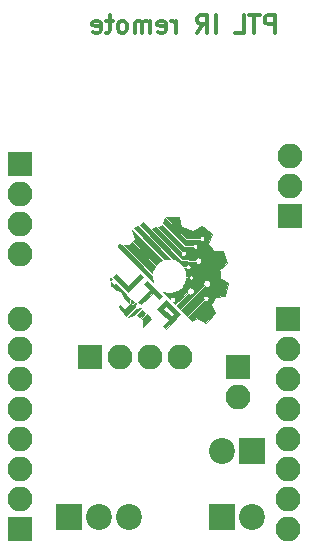
<source format=gbs>
G04 #@! TF.FileFunction,Soldermask,Bot*
%FSLAX46Y46*%
G04 Gerber Fmt 4.6, Leading zero omitted, Abs format (unit mm)*
G04 Created by KiCad (PCBNEW 4.0.7) date Sun Jul 15 15:44:11 2018*
%MOMM*%
%LPD*%
G01*
G04 APERTURE LIST*
%ADD10C,0.100000*%
%ADD11C,0.300000*%
%ADD12C,0.000120*%
%ADD13R,2.200000X2.200000*%
%ADD14C,2.200000*%
%ADD15R,2.100000X2.100000*%
%ADD16O,2.100000X2.100000*%
G04 APERTURE END LIST*
D10*
D11*
X195575071Y-76053071D02*
X195575071Y-74553071D01*
X195003643Y-74553071D01*
X194860785Y-74624500D01*
X194789357Y-74695929D01*
X194717928Y-74838786D01*
X194717928Y-75053071D01*
X194789357Y-75195929D01*
X194860785Y-75267357D01*
X195003643Y-75338786D01*
X195575071Y-75338786D01*
X194289357Y-74553071D02*
X193432214Y-74553071D01*
X193860785Y-76053071D02*
X193860785Y-74553071D01*
X192217928Y-76053071D02*
X192932214Y-76053071D01*
X192932214Y-74553071D01*
X190575071Y-76053071D02*
X190575071Y-74553071D01*
X189003642Y-76053071D02*
X189503642Y-75338786D01*
X189860785Y-76053071D02*
X189860785Y-74553071D01*
X189289357Y-74553071D01*
X189146499Y-74624500D01*
X189075071Y-74695929D01*
X189003642Y-74838786D01*
X189003642Y-75053071D01*
X189075071Y-75195929D01*
X189146499Y-75267357D01*
X189289357Y-75338786D01*
X189860785Y-75338786D01*
X187217928Y-76053071D02*
X187217928Y-75053071D01*
X187217928Y-75338786D02*
X187146500Y-75195929D01*
X187075071Y-75124500D01*
X186932214Y-75053071D01*
X186789357Y-75053071D01*
X185717929Y-75981643D02*
X185860786Y-76053071D01*
X186146500Y-76053071D01*
X186289357Y-75981643D01*
X186360786Y-75838786D01*
X186360786Y-75267357D01*
X186289357Y-75124500D01*
X186146500Y-75053071D01*
X185860786Y-75053071D01*
X185717929Y-75124500D01*
X185646500Y-75267357D01*
X185646500Y-75410214D01*
X186360786Y-75553071D01*
X185003643Y-76053071D02*
X185003643Y-75053071D01*
X185003643Y-75195929D02*
X184932215Y-75124500D01*
X184789357Y-75053071D01*
X184575072Y-75053071D01*
X184432215Y-75124500D01*
X184360786Y-75267357D01*
X184360786Y-76053071D01*
X184360786Y-75267357D02*
X184289357Y-75124500D01*
X184146500Y-75053071D01*
X183932215Y-75053071D01*
X183789357Y-75124500D01*
X183717929Y-75267357D01*
X183717929Y-76053071D01*
X182789357Y-76053071D02*
X182932215Y-75981643D01*
X183003643Y-75910214D01*
X183075072Y-75767357D01*
X183075072Y-75338786D01*
X183003643Y-75195929D01*
X182932215Y-75124500D01*
X182789357Y-75053071D01*
X182575072Y-75053071D01*
X182432215Y-75124500D01*
X182360786Y-75195929D01*
X182289357Y-75338786D01*
X182289357Y-75767357D01*
X182360786Y-75910214D01*
X182432215Y-75981643D01*
X182575072Y-76053071D01*
X182789357Y-76053071D01*
X181860786Y-75053071D02*
X181289357Y-75053071D01*
X181646500Y-74553071D02*
X181646500Y-75838786D01*
X181575072Y-75981643D01*
X181432214Y-76053071D01*
X181289357Y-76053071D01*
X180217929Y-75981643D02*
X180360786Y-76053071D01*
X180646500Y-76053071D01*
X180789357Y-75981643D01*
X180860786Y-75838786D01*
X180860786Y-75267357D01*
X180789357Y-75124500D01*
X180646500Y-75053071D01*
X180360786Y-75053071D01*
X180217929Y-75124500D01*
X180146500Y-75267357D01*
X180146500Y-75410214D01*
X180860786Y-75553071D01*
D12*
G36*
X184402430Y-96731129D02*
X184153304Y-96482394D01*
X183158365Y-97477333D01*
X182163100Y-96482394D01*
X181914365Y-96731129D01*
X183158365Y-97975194D01*
X184402430Y-96731129D01*
G37*
X184402430Y-96731129D02*
X184153304Y-96482394D01*
X183158365Y-97477333D01*
X182163100Y-96482394D01*
X181914365Y-96731129D01*
X183158365Y-97975194D01*
X184402430Y-96731129D01*
G36*
X185248024Y-98074584D02*
X185745885Y-98572053D01*
X185994620Y-98323318D01*
X184750555Y-97079318D01*
X184501820Y-97328379D01*
X184999289Y-97825849D01*
X184004350Y-98820853D01*
X184253085Y-99069914D01*
X185248024Y-98074584D01*
G37*
X185248024Y-98074584D02*
X185745885Y-98572053D01*
X185994620Y-98323318D01*
X184750555Y-97079318D01*
X184501820Y-97328379D01*
X184999289Y-97825849D01*
X184004350Y-98820853D01*
X184253085Y-99069914D01*
X185248024Y-98074584D01*
G36*
X187586810Y-99915899D02*
X186343136Y-98671834D01*
X185596540Y-99418430D01*
X186591870Y-100413369D01*
X186840605Y-100164634D01*
X186094401Y-99418430D01*
X186343136Y-99169304D01*
X187089340Y-99915899D01*
X186840605Y-100164634D01*
X186591870Y-100413369D01*
X186094401Y-100910839D01*
X186343136Y-101159899D01*
X187586810Y-99915899D01*
G37*
X187586810Y-99915899D02*
X186343136Y-98671834D01*
X185596540Y-99418430D01*
X186591870Y-100413369D01*
X186840605Y-100164634D01*
X186094401Y-99418430D01*
X186343136Y-99169304D01*
X187089340Y-99915899D01*
X186840605Y-100164634D01*
X186591870Y-100413369D01*
X186094401Y-100910839D01*
X186343136Y-101159899D01*
X187586810Y-99915899D01*
G36*
X184453038Y-100963207D02*
X184456886Y-100307914D01*
X184375170Y-100256263D01*
X184730403Y-99896465D01*
X185132005Y-100298393D01*
X184453038Y-100963207D01*
G37*
X184453038Y-100963207D02*
X184456886Y-100307914D01*
X184375170Y-100256263D01*
X184730403Y-99896465D01*
X185132005Y-100298393D01*
X184453038Y-100963207D01*
G36*
X184253085Y-100176308D02*
X183917678Y-99921899D01*
X184335584Y-99501907D01*
X184628861Y-99795249D01*
X184253085Y-100176308D01*
G37*
X184253085Y-100176308D02*
X183917678Y-99921899D01*
X184335584Y-99501907D01*
X184628861Y-99795249D01*
X184253085Y-100176308D01*
G36*
X189647448Y-98749376D02*
X189750424Y-98774093D01*
X189838531Y-98756420D01*
X189910334Y-98707964D01*
X189958855Y-98636096D01*
X189976855Y-98547988D01*
X189958855Y-98460273D01*
X189910334Y-98388469D01*
X189838531Y-98339622D01*
X189750424Y-98321949D01*
X189662317Y-98339622D01*
X189590514Y-98388469D01*
X189541993Y-98460273D01*
X189524319Y-98547988D01*
X189529993Y-98598596D01*
X189547341Y-98646726D01*
X188126735Y-100025202D01*
X187659721Y-99558188D01*
X189679991Y-97542484D01*
X189714686Y-97559114D01*
X189751468Y-97571505D01*
X189789684Y-97578549D01*
X189828619Y-97581027D01*
X189946790Y-97557288D01*
X190043376Y-97491876D01*
X190108853Y-97395291D01*
X190132918Y-97277119D01*
X190108853Y-97158556D01*
X190043376Y-97061971D01*
X189946790Y-96996494D01*
X189828619Y-96972820D01*
X189710055Y-96996494D01*
X189613470Y-97061971D01*
X189548058Y-97158556D01*
X189524319Y-97277119D01*
X189527515Y-97321336D01*
X189537428Y-97364118D01*
X189553341Y-97405204D01*
X189575645Y-97444073D01*
X187558832Y-99457364D01*
X187269793Y-99168260D01*
X188265776Y-98182190D01*
X188303667Y-98205147D01*
X188343253Y-98222168D01*
X188384665Y-98232798D01*
X188427512Y-98237363D01*
X188433838Y-98237363D01*
X188548163Y-98213625D01*
X188642270Y-98149256D01*
X188707029Y-98053714D01*
X188732138Y-97936586D01*
X188727507Y-97876848D01*
X188711986Y-97819849D01*
X188685769Y-97766763D01*
X188649704Y-97719351D01*
X188604770Y-97680090D01*
X188554162Y-97650743D01*
X188498924Y-97631961D01*
X188440230Y-97624526D01*
X188433512Y-97624526D01*
X188319580Y-97648265D01*
X188225472Y-97712633D01*
X188161039Y-97807849D01*
X188135604Y-97924586D01*
X188136974Y-97964238D01*
X188143691Y-98002454D01*
X188154713Y-98039562D01*
X188170626Y-98074975D01*
X187168578Y-99067045D01*
X186955255Y-98853722D01*
X187035537Y-98831418D01*
X187100688Y-98782963D01*
X187144513Y-98714681D01*
X187161534Y-98632574D01*
X187145948Y-98543749D01*
X187099970Y-98470511D01*
X187030580Y-98419969D01*
X186944625Y-98400143D01*
X186858670Y-98417099D01*
X186787911Y-98463468D01*
X186739064Y-98532467D01*
X186718520Y-98617378D01*
X186100075Y-97998868D01*
X186226725Y-98042041D01*
X186358331Y-98073931D01*
X186494177Y-98093692D01*
X186634000Y-98100409D01*
X186770889Y-98094083D01*
X186904256Y-98075301D01*
X187033776Y-98044910D01*
X187158339Y-98003498D01*
X187277554Y-97951129D01*
X187391161Y-97888848D01*
X187497985Y-97817371D01*
X187598157Y-97736698D01*
X187690504Y-97647548D01*
X187775024Y-97550571D01*
X187850740Y-97446551D01*
X187917652Y-97335814D01*
X187974259Y-97219077D01*
X188020954Y-97096992D01*
X188056302Y-96969625D01*
X188080758Y-96838018D01*
X188314232Y-96849692D01*
X188340775Y-96899908D01*
X188379383Y-96938516D01*
X188427512Y-96963233D01*
X188482294Y-96971777D01*
X188553119Y-96957233D01*
X188610770Y-96917256D01*
X188650030Y-96857844D01*
X188664182Y-96785258D01*
X188650030Y-96712412D01*
X188610770Y-96652608D01*
X188553119Y-96612631D01*
X188482294Y-96597761D01*
X188431034Y-96605522D01*
X188385383Y-96627109D01*
X188347166Y-96661086D01*
X188318862Y-96706412D01*
X188093149Y-96694738D01*
X188095953Y-96638782D01*
X188093149Y-96547545D01*
X188084605Y-96457677D01*
X188070845Y-96369570D01*
X188052062Y-96283550D01*
X188027998Y-96199355D01*
X187999368Y-96117248D01*
X187965781Y-96037293D01*
X187927891Y-95959816D01*
X188043584Y-95965099D01*
X188074366Y-96022424D01*
X188119692Y-96066314D01*
X188175582Y-96094618D01*
X188238907Y-96104857D01*
X188320297Y-96087901D01*
X188386817Y-96042249D01*
X188431751Y-95974359D01*
X188447990Y-95891209D01*
X188431751Y-95807666D01*
X188386817Y-95739385D01*
X188320297Y-95693408D01*
X188238907Y-95676777D01*
X188174473Y-95687016D01*
X188117866Y-95716755D01*
X188072279Y-95762015D01*
X188041432Y-95820449D01*
X187838740Y-95811188D01*
X187669243Y-95607387D01*
X187571223Y-95517911D01*
X187465768Y-95437564D01*
X187352553Y-95366805D01*
X187233338Y-95306284D01*
X187107731Y-95256785D01*
X186976842Y-95218894D01*
X184157217Y-92312271D01*
X184462560Y-92121187D01*
X184528754Y-92173947D01*
X187630309Y-95371044D01*
X188837201Y-95430130D01*
X188873983Y-95512237D01*
X188933069Y-95576605D01*
X189009176Y-95618735D01*
X189096175Y-95633930D01*
X189200586Y-95612344D01*
X189286215Y-95552932D01*
X189343866Y-95465151D01*
X189365127Y-95357609D01*
X189343866Y-95250394D01*
X189286215Y-95162678D01*
X189200586Y-95103592D01*
X189096175Y-95082005D01*
X189008133Y-95096874D01*
X188932025Y-95138613D01*
X188873657Y-95202981D01*
X188837201Y-95285806D01*
X187693308Y-95229524D01*
X185181504Y-92640635D01*
X185558715Y-92521028D01*
X187620396Y-94646100D01*
X187610157Y-94671208D01*
X187602722Y-94696708D01*
X187598157Y-94722859D01*
X187596723Y-94749011D01*
X187615114Y-94842466D01*
X187665330Y-94919225D01*
X187740003Y-94970551D01*
X187830914Y-94989659D01*
X187922217Y-94970551D01*
X187996498Y-94919225D01*
X188047106Y-94842466D01*
X188065497Y-94749011D01*
X188047106Y-94655621D01*
X187996498Y-94579188D01*
X187922217Y-94527928D01*
X187830914Y-94508820D01*
X187801567Y-94510906D01*
X187772937Y-94516580D01*
X187744633Y-94526493D01*
X187717699Y-94539928D01*
X185721429Y-92482485D01*
X186015815Y-92425877D01*
X186059380Y-92315140D01*
X187879044Y-94191086D01*
X187891826Y-94191803D01*
X188628835Y-94215868D01*
X188660269Y-94270324D01*
X188704877Y-94312453D01*
X188759398Y-94339322D01*
X188820571Y-94348909D01*
X188901243Y-94332279D01*
X188967047Y-94286628D01*
X189011654Y-94218998D01*
X189027893Y-94136239D01*
X189011654Y-94053414D01*
X188967047Y-93985524D01*
X188901243Y-93939873D01*
X188820571Y-93923243D01*
X188755094Y-93933808D01*
X188698160Y-93964264D01*
X188652509Y-94011350D01*
X188623161Y-94071479D01*
X187940999Y-94049175D01*
X186116314Y-92168665D01*
X186271659Y-91771237D01*
X188029758Y-93583205D01*
X188042541Y-93583205D01*
X189216173Y-93601987D01*
X189248716Y-93651161D01*
X189292215Y-93688660D01*
X189344257Y-93712725D01*
X189401909Y-93721203D01*
X189482581Y-93704247D01*
X189548710Y-93658595D01*
X189592992Y-93590966D01*
X189609622Y-93508206D01*
X189592992Y-93425382D01*
X189548710Y-93357818D01*
X189482581Y-93312166D01*
X189401909Y-93295536D01*
X189340018Y-93305123D01*
X189285171Y-93332318D01*
X189240564Y-93374839D01*
X189209455Y-93430012D01*
X188101953Y-93412991D01*
X186372483Y-91630500D01*
X187429704Y-91679347D01*
X187677395Y-92503354D01*
X187937086Y-92575875D01*
X188189734Y-92664308D01*
X188434947Y-92767676D01*
X188672008Y-92885848D01*
X189399104Y-92433638D01*
X190251089Y-93134909D01*
X189955986Y-93943395D01*
X190065680Y-94083153D01*
X190169700Y-94228194D01*
X190267328Y-94377213D01*
X190359348Y-94530732D01*
X191217007Y-94533536D01*
X191566567Y-95580192D01*
X190886883Y-96108770D01*
X190901752Y-96241811D01*
X190912708Y-96375896D01*
X190919426Y-96511089D01*
X190921904Y-96647326D01*
X190921578Y-96690434D01*
X190920534Y-96733607D01*
X190919100Y-96776780D01*
X190917339Y-96820279D01*
X191643000Y-97277445D01*
X191383635Y-98350253D01*
X190528128Y-98437642D01*
X190449608Y-98598596D01*
X190364631Y-98755702D01*
X190273393Y-98908569D01*
X190176091Y-99057523D01*
X190547563Y-99829944D01*
X189758576Y-100601583D01*
X188986546Y-100221242D01*
X188564793Y-100463259D01*
X188227951Y-100126744D01*
X189647448Y-98749376D01*
G37*
X189647448Y-98749376D02*
X189750424Y-98774093D01*
X189838531Y-98756420D01*
X189910334Y-98707964D01*
X189958855Y-98636096D01*
X189976855Y-98547988D01*
X189958855Y-98460273D01*
X189910334Y-98388469D01*
X189838531Y-98339622D01*
X189750424Y-98321949D01*
X189662317Y-98339622D01*
X189590514Y-98388469D01*
X189541993Y-98460273D01*
X189524319Y-98547988D01*
X189529993Y-98598596D01*
X189547341Y-98646726D01*
X188126735Y-100025202D01*
X187659721Y-99558188D01*
X189679991Y-97542484D01*
X189714686Y-97559114D01*
X189751468Y-97571505D01*
X189789684Y-97578549D01*
X189828619Y-97581027D01*
X189946790Y-97557288D01*
X190043376Y-97491876D01*
X190108853Y-97395291D01*
X190132918Y-97277119D01*
X190108853Y-97158556D01*
X190043376Y-97061971D01*
X189946790Y-96996494D01*
X189828619Y-96972820D01*
X189710055Y-96996494D01*
X189613470Y-97061971D01*
X189548058Y-97158556D01*
X189524319Y-97277119D01*
X189527515Y-97321336D01*
X189537428Y-97364118D01*
X189553341Y-97405204D01*
X189575645Y-97444073D01*
X187558832Y-99457364D01*
X187269793Y-99168260D01*
X188265776Y-98182190D01*
X188303667Y-98205147D01*
X188343253Y-98222168D01*
X188384665Y-98232798D01*
X188427512Y-98237363D01*
X188433838Y-98237363D01*
X188548163Y-98213625D01*
X188642270Y-98149256D01*
X188707029Y-98053714D01*
X188732138Y-97936586D01*
X188727507Y-97876848D01*
X188711986Y-97819849D01*
X188685769Y-97766763D01*
X188649704Y-97719351D01*
X188604770Y-97680090D01*
X188554162Y-97650743D01*
X188498924Y-97631961D01*
X188440230Y-97624526D01*
X188433512Y-97624526D01*
X188319580Y-97648265D01*
X188225472Y-97712633D01*
X188161039Y-97807849D01*
X188135604Y-97924586D01*
X188136974Y-97964238D01*
X188143691Y-98002454D01*
X188154713Y-98039562D01*
X188170626Y-98074975D01*
X187168578Y-99067045D01*
X186955255Y-98853722D01*
X187035537Y-98831418D01*
X187100688Y-98782963D01*
X187144513Y-98714681D01*
X187161534Y-98632574D01*
X187145948Y-98543749D01*
X187099970Y-98470511D01*
X187030580Y-98419969D01*
X186944625Y-98400143D01*
X186858670Y-98417099D01*
X186787911Y-98463468D01*
X186739064Y-98532467D01*
X186718520Y-98617378D01*
X186100075Y-97998868D01*
X186226725Y-98042041D01*
X186358331Y-98073931D01*
X186494177Y-98093692D01*
X186634000Y-98100409D01*
X186770889Y-98094083D01*
X186904256Y-98075301D01*
X187033776Y-98044910D01*
X187158339Y-98003498D01*
X187277554Y-97951129D01*
X187391161Y-97888848D01*
X187497985Y-97817371D01*
X187598157Y-97736698D01*
X187690504Y-97647548D01*
X187775024Y-97550571D01*
X187850740Y-97446551D01*
X187917652Y-97335814D01*
X187974259Y-97219077D01*
X188020954Y-97096992D01*
X188056302Y-96969625D01*
X188080758Y-96838018D01*
X188314232Y-96849692D01*
X188340775Y-96899908D01*
X188379383Y-96938516D01*
X188427512Y-96963233D01*
X188482294Y-96971777D01*
X188553119Y-96957233D01*
X188610770Y-96917256D01*
X188650030Y-96857844D01*
X188664182Y-96785258D01*
X188650030Y-96712412D01*
X188610770Y-96652608D01*
X188553119Y-96612631D01*
X188482294Y-96597761D01*
X188431034Y-96605522D01*
X188385383Y-96627109D01*
X188347166Y-96661086D01*
X188318862Y-96706412D01*
X188093149Y-96694738D01*
X188095953Y-96638782D01*
X188093149Y-96547545D01*
X188084605Y-96457677D01*
X188070845Y-96369570D01*
X188052062Y-96283550D01*
X188027998Y-96199355D01*
X187999368Y-96117248D01*
X187965781Y-96037293D01*
X187927891Y-95959816D01*
X188043584Y-95965099D01*
X188074366Y-96022424D01*
X188119692Y-96066314D01*
X188175582Y-96094618D01*
X188238907Y-96104857D01*
X188320297Y-96087901D01*
X188386817Y-96042249D01*
X188431751Y-95974359D01*
X188447990Y-95891209D01*
X188431751Y-95807666D01*
X188386817Y-95739385D01*
X188320297Y-95693408D01*
X188238907Y-95676777D01*
X188174473Y-95687016D01*
X188117866Y-95716755D01*
X188072279Y-95762015D01*
X188041432Y-95820449D01*
X187838740Y-95811188D01*
X187669243Y-95607387D01*
X187571223Y-95517911D01*
X187465768Y-95437564D01*
X187352553Y-95366805D01*
X187233338Y-95306284D01*
X187107731Y-95256785D01*
X186976842Y-95218894D01*
X184157217Y-92312271D01*
X184462560Y-92121187D01*
X184528754Y-92173947D01*
X187630309Y-95371044D01*
X188837201Y-95430130D01*
X188873983Y-95512237D01*
X188933069Y-95576605D01*
X189009176Y-95618735D01*
X189096175Y-95633930D01*
X189200586Y-95612344D01*
X189286215Y-95552932D01*
X189343866Y-95465151D01*
X189365127Y-95357609D01*
X189343866Y-95250394D01*
X189286215Y-95162678D01*
X189200586Y-95103592D01*
X189096175Y-95082005D01*
X189008133Y-95096874D01*
X188932025Y-95138613D01*
X188873657Y-95202981D01*
X188837201Y-95285806D01*
X187693308Y-95229524D01*
X185181504Y-92640635D01*
X185558715Y-92521028D01*
X187620396Y-94646100D01*
X187610157Y-94671208D01*
X187602722Y-94696708D01*
X187598157Y-94722859D01*
X187596723Y-94749011D01*
X187615114Y-94842466D01*
X187665330Y-94919225D01*
X187740003Y-94970551D01*
X187830914Y-94989659D01*
X187922217Y-94970551D01*
X187996498Y-94919225D01*
X188047106Y-94842466D01*
X188065497Y-94749011D01*
X188047106Y-94655621D01*
X187996498Y-94579188D01*
X187922217Y-94527928D01*
X187830914Y-94508820D01*
X187801567Y-94510906D01*
X187772937Y-94516580D01*
X187744633Y-94526493D01*
X187717699Y-94539928D01*
X185721429Y-92482485D01*
X186015815Y-92425877D01*
X186059380Y-92315140D01*
X187879044Y-94191086D01*
X187891826Y-94191803D01*
X188628835Y-94215868D01*
X188660269Y-94270324D01*
X188704877Y-94312453D01*
X188759398Y-94339322D01*
X188820571Y-94348909D01*
X188901243Y-94332279D01*
X188967047Y-94286628D01*
X189011654Y-94218998D01*
X189027893Y-94136239D01*
X189011654Y-94053414D01*
X188967047Y-93985524D01*
X188901243Y-93939873D01*
X188820571Y-93923243D01*
X188755094Y-93933808D01*
X188698160Y-93964264D01*
X188652509Y-94011350D01*
X188623161Y-94071479D01*
X187940999Y-94049175D01*
X186116314Y-92168665D01*
X186271659Y-91771237D01*
X188029758Y-93583205D01*
X188042541Y-93583205D01*
X189216173Y-93601987D01*
X189248716Y-93651161D01*
X189292215Y-93688660D01*
X189344257Y-93712725D01*
X189401909Y-93721203D01*
X189482581Y-93704247D01*
X189548710Y-93658595D01*
X189592992Y-93590966D01*
X189609622Y-93508206D01*
X189592992Y-93425382D01*
X189548710Y-93357818D01*
X189482581Y-93312166D01*
X189401909Y-93295536D01*
X189340018Y-93305123D01*
X189285171Y-93332318D01*
X189240564Y-93374839D01*
X189209455Y-93430012D01*
X188101953Y-93412991D01*
X186372483Y-91630500D01*
X187429704Y-91679347D01*
X187677395Y-92503354D01*
X187937086Y-92575875D01*
X188189734Y-92664308D01*
X188434947Y-92767676D01*
X188672008Y-92885848D01*
X189399104Y-92433638D01*
X190251089Y-93134909D01*
X189955986Y-93943395D01*
X190065680Y-94083153D01*
X190169700Y-94228194D01*
X190267328Y-94377213D01*
X190359348Y-94530732D01*
X191217007Y-94533536D01*
X191566567Y-95580192D01*
X190886883Y-96108770D01*
X190901752Y-96241811D01*
X190912708Y-96375896D01*
X190919426Y-96511089D01*
X190921904Y-96647326D01*
X190921578Y-96690434D01*
X190920534Y-96733607D01*
X190919100Y-96776780D01*
X190917339Y-96820279D01*
X191643000Y-97277445D01*
X191383635Y-98350253D01*
X190528128Y-98437642D01*
X190449608Y-98598596D01*
X190364631Y-98755702D01*
X190273393Y-98908569D01*
X190176091Y-99057523D01*
X190547563Y-99829944D01*
X189758576Y-100601583D01*
X188986546Y-100221242D01*
X188564793Y-100463259D01*
X188227951Y-100126744D01*
X189647448Y-98749376D01*
G36*
X185187177Y-96439612D02*
X182838153Y-94024067D01*
X183249994Y-94071153D01*
X183473294Y-93800441D01*
X185427108Y-95814384D01*
X185341088Y-95957012D01*
X185272089Y-96109487D01*
X185220438Y-96270832D01*
X185187177Y-96439612D01*
G37*
X185187177Y-96439612D02*
X182838153Y-94024067D01*
X183249994Y-94071153D01*
X183473294Y-93800441D01*
X185427108Y-95814384D01*
X185341088Y-95957012D01*
X185272089Y-96109487D01*
X185220438Y-96270832D01*
X185187177Y-96439612D01*
G36*
X186037076Y-95304914D02*
X185889557Y-95381348D01*
X185752602Y-95473303D01*
X185627322Y-95579475D01*
X185514498Y-95699081D01*
X183571314Y-93695703D01*
X183725942Y-93541467D01*
X183530945Y-92721633D01*
X186037076Y-95304914D01*
G37*
X186037076Y-95304914D02*
X185889557Y-95381348D01*
X185752602Y-95473303D01*
X185627322Y-95579475D01*
X185514498Y-95699081D01*
X183571314Y-93695703D01*
X183725942Y-93541467D01*
X183530945Y-92721633D01*
X186037076Y-95304914D01*
G36*
X186634000Y-95176438D02*
X186516872Y-95181395D01*
X186402222Y-95195221D01*
X186290376Y-95217851D01*
X186181791Y-95248633D01*
X183644552Y-92633526D01*
X184032654Y-92390465D01*
X186741150Y-95182112D01*
X186714281Y-95180025D01*
X186687738Y-95178199D01*
X186660869Y-95177156D01*
X186634000Y-95176438D01*
G37*
X186634000Y-95176438D02*
X186516872Y-95181395D01*
X186402222Y-95195221D01*
X186290376Y-95217851D01*
X186181791Y-95248633D01*
X183644552Y-92633526D01*
X184032654Y-92390465D01*
X186741150Y-95182112D01*
X186714281Y-95180025D01*
X186687738Y-95178199D01*
X186660869Y-95177156D01*
X186634000Y-95176438D01*
G36*
X181983298Y-97382900D02*
X182017993Y-97380748D01*
X182052362Y-97373704D01*
X182085231Y-97362031D01*
X182117122Y-97345727D01*
X183328905Y-98594031D01*
X183291797Y-98638248D01*
X183264537Y-98688464D01*
X183247907Y-98742985D01*
X183241907Y-98800636D01*
X183243994Y-98832527D01*
X183249342Y-98863961D01*
X183258146Y-98894743D01*
X183270863Y-98924873D01*
X183263102Y-98932634D01*
X183255668Y-98940395D01*
X183248233Y-98947829D01*
X183240798Y-98955590D01*
X182819045Y-98520793D01*
X182578853Y-97923869D01*
X182146078Y-97827610D01*
X181812497Y-97483724D01*
X181715847Y-97483724D01*
X181682978Y-97177338D01*
X181722890Y-97177338D01*
X181759737Y-97260815D01*
X181818432Y-97325575D01*
X181894930Y-97368031D01*
X181983298Y-97382900D01*
G37*
X181983298Y-97382900D02*
X182017993Y-97380748D01*
X182052362Y-97373704D01*
X182085231Y-97362031D01*
X182117122Y-97345727D01*
X183328905Y-98594031D01*
X183291797Y-98638248D01*
X183264537Y-98688464D01*
X183247907Y-98742985D01*
X183241907Y-98800636D01*
X183243994Y-98832527D01*
X183249342Y-98863961D01*
X183258146Y-98894743D01*
X183270863Y-98924873D01*
X183263102Y-98932634D01*
X183255668Y-98940395D01*
X183248233Y-98947829D01*
X183240798Y-98955590D01*
X182819045Y-98520793D01*
X182578853Y-97923869D01*
X182146078Y-97827610D01*
X181812497Y-97483724D01*
X181715847Y-97483724D01*
X181682978Y-97177338D01*
X181722890Y-97177338D01*
X181759737Y-97260815D01*
X181818432Y-97325575D01*
X181894930Y-97368031D01*
X181983298Y-97382900D01*
G36*
X183523185Y-98943916D02*
X183469381Y-98932634D01*
X183425491Y-98901852D01*
X183395817Y-98856527D01*
X183384861Y-98800636D01*
X183393339Y-98751463D01*
X183415969Y-98709725D01*
X183450664Y-98678225D01*
X183493837Y-98660160D01*
X183657987Y-98824375D01*
X183642074Y-98871396D01*
X183612009Y-98909613D01*
X183571314Y-98934721D01*
X183523185Y-98943916D01*
G37*
X183523185Y-98943916D02*
X183469381Y-98932634D01*
X183425491Y-98901852D01*
X183395817Y-98856527D01*
X183384861Y-98800636D01*
X183393339Y-98751463D01*
X183415969Y-98709725D01*
X183450664Y-98678225D01*
X183493837Y-98660160D01*
X183657987Y-98824375D01*
X183642074Y-98871396D01*
X183612009Y-98909613D01*
X183571314Y-98934721D01*
X183523185Y-98943916D01*
G36*
X183672856Y-99964355D02*
X183129018Y-100157200D01*
X183854353Y-99409560D01*
X183879852Y-99421625D01*
X183906395Y-99430103D01*
X183933982Y-99435060D01*
X183961894Y-99436821D01*
X184021698Y-99429060D01*
X184075827Y-99406365D01*
X184122196Y-99371018D01*
X184159369Y-99325366D01*
X184177760Y-99344148D01*
X184233977Y-99400365D01*
X183672856Y-99964355D01*
G37*
X183672856Y-99964355D02*
X183129018Y-100157200D01*
X183854353Y-99409560D01*
X183879852Y-99421625D01*
X183906395Y-99430103D01*
X183933982Y-99435060D01*
X183961894Y-99436821D01*
X184021698Y-99429060D01*
X184075827Y-99406365D01*
X184122196Y-99371018D01*
X184159369Y-99325366D01*
X184177760Y-99344148D01*
X184233977Y-99400365D01*
X183672856Y-99964355D01*
G36*
X181769976Y-96936038D02*
X181722890Y-97032950D01*
X181667000Y-97032950D01*
X181643000Y-96809323D01*
X181769976Y-96936038D01*
G37*
X181769976Y-96936038D02*
X181722890Y-97032950D01*
X181667000Y-97032950D01*
X181643000Y-96809323D01*
X181769976Y-96936038D01*
G36*
X183726985Y-99195129D02*
X183728420Y-99224542D01*
X183733703Y-99253172D01*
X183742181Y-99280758D01*
X183753529Y-99307301D01*
X182998455Y-100086049D01*
X182388096Y-99310497D01*
X182490746Y-99148826D01*
X182872522Y-99541884D01*
X183362883Y-99036328D01*
X183399665Y-99058566D01*
X183439317Y-99074871D01*
X183480729Y-99084783D01*
X183523185Y-99088305D01*
X183599944Y-99077349D01*
X183668617Y-99045849D01*
X183725942Y-98997720D01*
X183769441Y-98935438D01*
X183784311Y-98950699D01*
X183814701Y-98981090D01*
X183829571Y-98996285D01*
X183787506Y-99033784D01*
X183754898Y-99080870D01*
X183734029Y-99135391D01*
X183726985Y-99195129D01*
G37*
X183726985Y-99195129D02*
X183728420Y-99224542D01*
X183733703Y-99253172D01*
X183742181Y-99280758D01*
X183753529Y-99307301D01*
X182998455Y-100086049D01*
X182388096Y-99310497D01*
X182490746Y-99148826D01*
X182872522Y-99541884D01*
X183362883Y-99036328D01*
X183399665Y-99058566D01*
X183439317Y-99074871D01*
X183480729Y-99084783D01*
X183523185Y-99088305D01*
X183599944Y-99077349D01*
X183668617Y-99045849D01*
X183725942Y-98997720D01*
X183769441Y-98935438D01*
X183784311Y-98950699D01*
X183814701Y-98981090D01*
X183829571Y-98996285D01*
X183787506Y-99033784D01*
X183754898Y-99080870D01*
X183734029Y-99135391D01*
X183726985Y-99195129D01*
G36*
X184427865Y-96326397D02*
X182290076Y-94188608D01*
X182394422Y-93973459D01*
X182613483Y-93998568D01*
X185172308Y-96629587D01*
X185172308Y-96634217D01*
X185171982Y-96636304D01*
X185171982Y-96638456D01*
X185178699Y-96777889D01*
X185198134Y-96913343D01*
X185229633Y-97044623D01*
X185272480Y-97170947D01*
X184427865Y-96326397D01*
G37*
X184427865Y-96326397D02*
X182290076Y-94188608D01*
X182394422Y-93973459D01*
X182613483Y-93998568D01*
X185172308Y-96629587D01*
X185172308Y-96634217D01*
X185171982Y-96636304D01*
X185171982Y-96638456D01*
X185178699Y-96777889D01*
X185198134Y-96913343D01*
X185229633Y-97044623D01*
X185272480Y-97170947D01*
X184427865Y-96326397D01*
D13*
X191135000Y-117094000D03*
D14*
X193675000Y-117094000D03*
D15*
X192468500Y-104330500D03*
D16*
X192468500Y-106870500D03*
D13*
X178181000Y-117094000D03*
D14*
X180721000Y-117094000D03*
X183261000Y-117094000D03*
D13*
X193675000Y-111506000D03*
D14*
X191135000Y-111506000D03*
D15*
X173990000Y-87185500D03*
D16*
X173990000Y-89725500D03*
X173990000Y-92265500D03*
X173990000Y-94805500D03*
D15*
X179959000Y-103505000D03*
D16*
X182499000Y-103505000D03*
X185039000Y-103505000D03*
X187579000Y-103505000D03*
D15*
X196850000Y-91567000D03*
D16*
X196850000Y-89027000D03*
X196850000Y-86487000D03*
D15*
X196659500Y-100266500D03*
D16*
X196659500Y-102806500D03*
X196659500Y-105346500D03*
X196659500Y-107886500D03*
X196659500Y-110426500D03*
X196659500Y-112966500D03*
X196659500Y-115506500D03*
X196659500Y-118046500D03*
D15*
X173990000Y-118110000D03*
D16*
X173990000Y-115570000D03*
X173990000Y-113030000D03*
X173990000Y-110490000D03*
X173990000Y-107950000D03*
X173990000Y-105410000D03*
X173990000Y-102870000D03*
X173990000Y-100330000D03*
M02*

</source>
